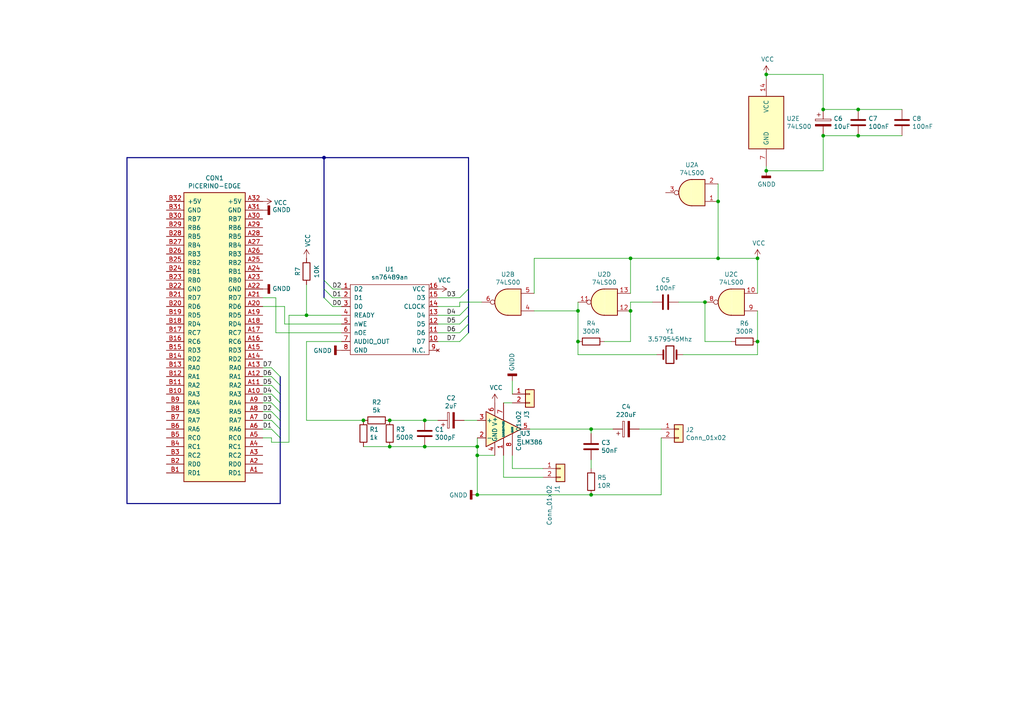
<source format=kicad_sch>
(kicad_sch (version 20211123) (generator eeschema)
  (paper "A4")
  (lib_symbols
    (symbol "74xx:74LS00" (pin_names (offset 1.016))
      (property "Reference" "U" (at 0 1.27 0))
      (property "Value" "74LS00" (at 0 -1.27 0))
      (symbol "74LS00_1_1"
        (arc (start 0 -3.81) (mid 3.81 0) (end 0 3.81) (stroke (width 0.254)) (fill (type background)))
        (polyline (pts (xy 0 3.81) (xy -3.81 3.81) (xy -3.81 -3.81) (xy 0 -3.81)) (stroke (width 0.254)) (fill (type background)))
        (pin input line (at -7.62 2.54 0) (length 3.81) (name "~") (number "1"))
        (pin input line (at -7.62 -2.54 0) (length 3.81) (name "~") (number "2"))
        (pin output inverted (at 7.62 0 180) (length 3.81) (name "~") (number "3"))
      )
      (symbol "74LS00_1_2"
        (arc (start -3.81 -3.81) (mid -2.589 0) (end -3.81 3.81) (stroke (width 0.254)))
        (arc (start -0.6096 -3.81) (mid 2.1855 -2.584) (end 3.81 0) (stroke (width 0.254)) (fill (type background)))
        (polyline (pts (xy -3.81 -3.81) (xy -0.635 -3.81)) (stroke (width 0.254)) (fill (type background)))
        (polyline (pts (xy -3.81 3.81) (xy -0.635 3.81)) (stroke (width 0.254)) (fill (type background)))
        (polyline (pts (xy -0.635 3.81) (xy -3.81 3.81) (xy -3.81 3.81) (xy -3.556 3.4036) (xy -3.0226 2.2606) (xy -2.6924 1.0414) (xy -2.6162 -0.254) (xy -2.7686 -1.4986) (xy -3.175 -2.7178) (xy -3.81 -3.81) (xy -3.81 -3.81) (xy -0.635 -3.81)) (stroke (width -25.4)) (fill (type background)))
        (arc (start 3.81 0) (mid 2.1928 2.5925) (end -0.6096 3.81) (stroke (width 0.254)) (fill (type background)))
        (pin input inverted (at -7.62 2.54 0) (length 4.318) (name "~") (number "1"))
        (pin input inverted (at -7.62 -2.54 0) (length 4.318) (name "~") (number "2"))
        (pin output line (at 7.62 0 180) (length 3.81) (name "~") (number "3"))
      )
      (symbol "74LS00_2_1"
        (arc (start 0 -3.81) (mid 3.81 0) (end 0 3.81) (stroke (width 0.254)) (fill (type background)))
        (polyline (pts (xy 0 3.81) (xy -3.81 3.81) (xy -3.81 -3.81) (xy 0 -3.81)) (stroke (width 0.254)) (fill (type background)))
        (pin input line (at -7.62 2.54 0) (length 3.81) (name "~") (number "4"))
        (pin input line (at -7.62 -2.54 0) (length 3.81) (name "~") (number "5"))
        (pin output inverted (at 7.62 0 180) (length 3.81) (name "~") (number "6"))
      )
      (symbol "74LS00_2_2"
        (arc (start -3.81 -3.81) (mid -2.589 0) (end -3.81 3.81) (stroke (width 0.254)))
        (arc (start -0.6096 -3.81) (mid 2.1855 -2.584) (end 3.81 0) (stroke (width 0.254)) (fill (type background)))
        (polyline (pts (xy -3.81 -3.81) (xy -0.635 -3.81)) (stroke (width 0.254)) (fill (type background)))
        (polyline (pts (xy -3.81 3.81) (xy -0.635 3.81)) (stroke (width 0.254)) (fill (type background)))
        (polyline (pts (xy -0.635 3.81) (xy -3.81 3.81) (xy -3.81 3.81) (xy -3.556 3.4036) (xy -3.0226 2.2606) (xy -2.6924 1.0414) (xy -2.6162 -0.254) (xy -2.7686 -1.4986) (xy -3.175 -2.7178) (xy -3.81 -3.81) (xy -3.81 -3.81) (xy -0.635 -3.81)) (stroke (width -25.4)) (fill (type background)))
        (arc (start 3.81 0) (mid 2.1928 2.5925) (end -0.6096 3.81) (stroke (width 0.254)) (fill (type background)))
        (pin input inverted (at -7.62 2.54 0) (length 4.318) (name "~") (number "4"))
        (pin input inverted (at -7.62 -2.54 0) (length 4.318) (name "~") (number "5"))
        (pin output line (at 7.62 0 180) (length 3.81) (name "~") (number "6"))
      )
      (symbol "74LS00_3_1"
        (arc (start 0 -3.81) (mid 3.81 0) (end 0 3.81) (stroke (width 0.254)) (fill (type background)))
        (polyline (pts (xy 0 3.81) (xy -3.81 3.81) (xy -3.81 -3.81) (xy 0 -3.81)) (stroke (width 0.254)) (fill (type background)))
        (pin input line (at -7.62 -2.54 0) (length 3.81) (name "~") (number "10"))
        (pin output inverted (at 7.62 0 180) (length 3.81) (name "~") (number "8"))
        (pin input line (at -7.62 2.54 0) (length 3.81) (name "~") (number "9"))
      )
      (symbol "74LS00_3_2"
        (arc (start -3.81 -3.81) (mid -2.589 0) (end -3.81 3.81) (stroke (width 0.254)))
        (arc (start -0.6096 -3.81) (mid 2.1855 -2.584) (end 3.81 0) (stroke (width 0.254)) (fill (type background)))
        (polyline (pts (xy -3.81 -3.81) (xy -0.635 -3.81)) (stroke (width 0.254)) (fill (type background)))
        (polyline (pts (xy -3.81 3.81) (xy -0.635 3.81)) (stroke (width 0.254)) (fill (type background)))
        (polyline (pts (xy -0.635 3.81) (xy -3.81 3.81) (xy -3.81 3.81) (xy -3.556 3.4036) (xy -3.0226 2.2606) (xy -2.6924 1.0414) (xy -2.6162 -0.254) (xy -2.7686 -1.4986) (xy -3.175 -2.7178) (xy -3.81 -3.81) (xy -3.81 -3.81) (xy -0.635 -3.81)) (stroke (width -25.4)) (fill (type background)))
        (arc (start 3.81 0) (mid 2.1928 2.5925) (end -0.6096 3.81) (stroke (width 0.254)) (fill (type background)))
        (pin input inverted (at -7.62 -2.54 0) (length 4.318) (name "~") (number "10"))
        (pin output line (at 7.62 0 180) (length 3.81) (name "~") (number "8"))
        (pin input inverted (at -7.62 2.54 0) (length 4.318) (name "~") (number "9"))
      )
      (symbol "74LS00_4_1"
        (arc (start 0 -3.81) (mid 3.81 0) (end 0 3.81) (stroke (width 0.254)) (fill (type background)))
        (polyline (pts (xy 0 3.81) (xy -3.81 3.81) (xy -3.81 -3.81) (xy 0 -3.81)) (stroke (width 0.254)) (fill (type background)))
        (pin output inverted (at 7.62 0 180) (length 3.81) (name "~") (number "11"))
        (pin input line (at -7.62 2.54 0) (length 3.81) (name "~") (number "12"))
        (pin input line (at -7.62 -2.54 0) (length 3.81) (name "~") (number "13"))
      )
      (symbol "74LS00_4_2"
        (arc (start -3.81 -3.81) (mid -2.589 0) (end -3.81 3.81) (stroke (width 0.254)))
        (arc (start -0.6096 -3.81) (mid 2.1855 -2.584) (end 3.81 0) (stroke (width 0.254)) (fill (type background)))
        (polyline (pts (xy -3.81 -3.81) (xy -0.635 -3.81)) (stroke (width 0.254)) (fill (type background)))
        (polyline (pts (xy -3.81 3.81) (xy -0.635 3.81)) (stroke (width 0.254)) (fill (type background)))
        (polyline (pts (xy -0.635 3.81) (xy -3.81 3.81) (xy -3.81 3.81) (xy -3.556 3.4036) (xy -3.0226 2.2606) (xy -2.6924 1.0414) (xy -2.6162 -0.254) (xy -2.7686 -1.4986) (xy -3.175 -2.7178) (xy -3.81 -3.81) (xy -3.81 -3.81) (xy -0.635 -3.81)) (stroke (width -25.4)) (fill (type background)))
        (arc (start 3.81 0) (mid 2.1928 2.5925) (end -0.6096 3.81) (stroke (width 0.254)) (fill (type background)))
        (pin output line (at 7.62 0 180) (length 3.81) (name "~") (number "11"))
        (pin input inverted (at -7.62 2.54 0) (length 4.318) (name "~") (number "12"))
        (pin input inverted (at -7.62 -2.54 0) (length 4.318) (name "~") (number "13"))
      )
      (symbol "74LS00_5_0"
        (pin power_in line (at 0 12.7 270) (length 5.08) (name "VCC") (number "14"))
        (pin power_in line (at 0 -12.7 90) (length 5.08) (name "GND") (number "7"))
      )
      (symbol "74LS00_5_1"
        (rectangle (start -5.08 7.62) (end 5.08 -7.62) (stroke (width 0.254)) (fill (type background)))
      )
    )
    (symbol "Amplifier_Audio:LM386" (pin_names (offset 0.127))
      (property "Reference" "U" (at 1.27 7.62 0))
      (property "Value" "LM386" (at 1.27 5.08 0))
      (symbol "LM386_0_1"
        (polyline (pts (xy 5.08 0) (xy -5.08 5.08) (xy -5.08 -5.08) (xy 5.08 0)) (stroke (width 0.254)) (fill (type background)))
      )
      (symbol "LM386_1_1"
        (pin input line (at 0 -7.62 90) (length 5.08) (name "GAIN") (number "1"))
        (pin input line (at -7.62 -2.54 0) (length 2.54) (name "-") (number "2"))
        (pin input line (at -7.62 2.54 0) (length 2.54) (name "+") (number "3"))
        (pin power_in line (at -2.54 -7.62 90) (length 3.81) (name "GND") (number "4"))
        (pin output line (at 7.62 0 180) (length 2.54) (name "~") (number "5"))
        (pin power_in line (at -2.54 7.62 270) (length 3.81) (name "V+") (number "6"))
        (pin input line (at 0 7.62 270) (length 5.08) (name "BYPASS") (number "7"))
        (pin input line (at 2.54 -7.62 90) (length 6.35) (name "GAIN") (number "8"))
      )
    )
    (symbol "Connector_Generic:Conn_01x02" (pin_names (offset 1.016) hide)
      (property "Reference" "J" (at 0 2.54 0))
      (property "Value" "Conn_01x02" (at 0 -5.08 0))
      (symbol "Conn_01x02_1_1"
        (rectangle (start -1.27 -2.413) (end 0 -2.667) (stroke (width 0.1524)))
        (rectangle (start -1.27 0.127) (end 0 -0.127) (stroke (width 0.1524)))
        (rectangle (start -1.27 1.27) (end 1.27 -3.81) (stroke (width 0.254)) (fill (type background)))
        (pin passive line (at -5.08 0 0) (length 3.81) (name "Pin_1") (number "1"))
        (pin passive line (at -5.08 -2.54 0) (length 3.81) (name "Pin_2") (number "2"))
      )
    )
    (symbol "Device:C" (pin_numbers hide) (pin_names (offset 0.254))
      (property "Reference" "C" (at 0.635 2.54 0))
      (property "Value" "C" (at 0.635 -2.54 0))
      (symbol "C_0_1"
        (polyline (pts (xy -2.032 -0.762) (xy 2.032 -0.762)) (stroke (width 0.508)))
        (polyline (pts (xy -2.032 0.762) (xy 2.032 0.762)) (stroke (width 0.508)))
      )
      (symbol "C_1_1"
        (pin passive line (at 0 3.81 270) (length 2.794) (name "~") (number "1"))
        (pin passive line (at 0 -3.81 90) (length 2.794) (name "~") (number "2"))
      )
    )
    (symbol "Device:CP" (pin_numbers hide) (pin_names (offset 0.254))
      (property "Reference" "C" (at 0.635 2.54 0))
      (property "Value" "Device_CP" (at 0.635 -2.54 0))
      (symbol "CP_0_1"
        (rectangle (start -2.286 0.508) (end 2.286 1.016))
        (polyline (pts (xy -1.778 2.286) (xy -0.762 2.286)))
        (polyline (pts (xy -1.27 2.794) (xy -1.27 1.778)))
        (rectangle (start 2.286 -0.508) (end -2.286 -1.016) (fill (type outline)))
      )
      (symbol "CP_1_1"
        (pin passive line (at 0 3.81 270) (length 2.794) (name "~") (number "1"))
        (pin passive line (at 0 -3.81 90) (length 2.794) (name "~") (number "2"))
      )
    )
    (symbol "Device:Crystal" (pin_numbers hide) (pin_names (offset 1.016) hide)
      (property "Reference" "Y" (at 0 3.81 0))
      (property "Value" "Crystal" (at 0 -3.81 0))
      (symbol "Crystal_0_1"
        (rectangle (start -1.143 2.54) (end 1.143 -2.54) (stroke (width 0.3048)))
        (polyline (pts (xy -2.54 0) (xy -1.905 0)))
        (polyline (pts (xy -1.905 -1.27) (xy -1.905 1.27)) (stroke (width 0.508)))
        (polyline (pts (xy 1.905 -1.27) (xy 1.905 1.27)) (stroke (width 0.508)))
        (polyline (pts (xy 2.54 0) (xy 1.905 0)))
      )
      (symbol "Crystal_1_1"
        (pin passive line (at -3.81 0 0) (length 1.27) (name "1") (number "1"))
        (pin passive line (at 3.81 0 180) (length 1.27) (name "2") (number "2"))
      )
    )
    (symbol "Device:R" (pin_numbers hide) (pin_names (offset 0))
      (property "Reference" "R" (at 2.032 0 90))
      (property "Value" "R" (at 0 0 90))
      (symbol "R_0_1"
        (rectangle (start -1.016 -2.54) (end 1.016 2.54) (stroke (width 0.254)))
      )
      (symbol "R_1_1"
        (pin passive line (at 0 3.81 270) (length 1.27) (name "~") (number "1"))
        (pin passive line (at 0 -3.81 90) (length 1.27) (name "~") (number "2"))
      )
    )
    (symbol "Picerino:PICERINO-EDGE" (pin_names (offset 1.016))
      (property "Reference" "CON" (at 2.54 1.27 0))
      (property "Value" "PICERINO-EDGE" (at 6.985 3.175 0))
      (symbol "PICERINO-EDGE_0_1"
        (rectangle (start 0 0) (end 17.78 -83.82) (stroke (width 0.254)) (fill (type background)))
      )
      (symbol "PICERINO-EDGE_1_1"
        (pin passive line (at -5.08 -2.54 0) (length 5.08) (name "RD1") (number "A1"))
        (pin passive line (at -5.08 -25.4 0) (length 5.08) (name "RA3") (number "A10"))
        (pin passive line (at -5.08 -27.94 0) (length 5.08) (name "RA2") (number "A11"))
        (pin passive line (at -5.08 -30.48 0) (length 5.08) (name "RA1") (number "A12"))
        (pin passive line (at -5.08 -33.02 0) (length 5.08) (name "RA0") (number "A13"))
        (pin passive line (at -5.08 -35.56 0) (length 5.08) (name "RD2") (number "A14"))
        (pin passive line (at -5.08 -38.1 0) (length 5.08) (name "RD3") (number "A15"))
        (pin passive line (at -5.08 -40.64 0) (length 5.08) (name "RC6") (number "A16"))
        (pin passive line (at -5.08 -43.18 0) (length 5.08) (name "RC7") (number "A17"))
        (pin passive line (at -5.08 -45.72 0) (length 5.08) (name "RD4") (number "A18"))
        (pin passive line (at -5.08 -48.26 0) (length 5.08) (name "RD5") (number "A19"))
        (pin passive line (at -5.08 -5.08 0) (length 5.08) (name "RD0") (number "A2"))
        (pin passive line (at -5.08 -50.8 0) (length 5.08) (name "RD6") (number "A20"))
        (pin passive line (at -5.08 -53.34 0) (length 5.08) (name "RD7") (number "A21"))
        (pin passive line (at -5.08 -55.88 0) (length 5.08) (name "GND") (number "A22"))
        (pin passive line (at -5.08 -58.42 0) (length 5.08) (name "RB0") (number "A23"))
        (pin passive line (at -5.08 -60.96 0) (length 5.08) (name "RB1") (number "A24"))
        (pin passive line (at -5.08 -63.5 0) (length 5.08) (name "RB2") (number "A25"))
        (pin passive line (at -5.08 -66.04 0) (length 5.08) (name "RB3") (number "A26"))
        (pin passive line (at -5.08 -68.58 0) (length 5.08) (name "RB4") (number "A27"))
        (pin passive line (at -5.08 -71.12 0) (length 5.08) (name "RB5") (number "A28"))
        (pin passive line (at -5.08 -73.66 0) (length 5.08) (name "RB6") (number "A29"))
        (pin passive line (at -5.08 -7.62 0) (length 5.08) (name "RC2") (number "A3"))
        (pin passive line (at -5.08 -76.2 0) (length 5.08) (name "RB7") (number "A30"))
        (pin passive line (at -5.08 -78.74 0) (length 5.08) (name "GND") (number "A31"))
        (pin passive line (at -5.08 -81.28 0) (length 5.08) (name "+5V") (number "A32"))
        (pin passive line (at -5.08 -10.16 0) (length 5.08) (name "RC1") (number "A4"))
        (pin passive line (at -5.08 -12.7 0) (length 5.08) (name "RC0") (number "A5"))
        (pin passive line (at -5.08 -15.24 0) (length 5.08) (name "RA6") (number "A6"))
        (pin passive line (at -5.08 -17.78 0) (length 5.08) (name "RA7") (number "A7"))
        (pin passive line (at -5.08 -20.32 0) (length 5.08) (name "RA5") (number "A8"))
        (pin passive line (at -5.08 -22.86 0) (length 5.08) (name "RA4") (number "A9"))
        (pin passive line (at 22.86 -2.54 180) (length 5.08) (name "RD1") (number "B1"))
        (pin passive line (at 22.86 -25.4 180) (length 5.08) (name "RA3") (number "B10"))
        (pin passive line (at 22.86 -27.94 180) (length 5.08) (name "RA2") (number "B11"))
        (pin passive line (at 22.86 -30.48 180) (length 5.08) (name "RA1") (number "B12"))
        (pin passive line (at 22.86 -33.02 180) (length 5.08) (name "RA0") (number "B13"))
        (pin passive line (at 22.86 -35.56 180) (length 5.08) (name "RD2") (number "B14"))
        (pin passive line (at 22.86 -38.1 180) (length 5.08) (name "RD3") (number "B15"))
        (pin passive line (at 22.86 -40.64 180) (length 5.08) (name "RC6") (number "B16"))
        (pin passive line (at 22.86 -43.18 180) (length 5.08) (name "RC7") (number "B17"))
        (pin passive line (at 22.86 -45.72 180) (length 5.08) (name "RD4") (number "B18"))
        (pin passive line (at 22.86 -48.26 180) (length 5.08) (name "RD5") (number "B19"))
        (pin passive line (at 22.86 -5.08 180) (length 5.08) (name "RD0") (number "B2"))
        (pin passive line (at 22.86 -50.8 180) (length 5.08) (name "RD6") (number "B20"))
        (pin passive line (at 22.86 -53.34 180) (length 5.08) (name "RD7") (number "B21"))
        (pin passive line (at 22.86 -55.88 180) (length 5.08) (name "GND") (number "B22"))
        (pin passive line (at 22.86 -58.42 180) (length 5.08) (name "RB0") (number "B23"))
        (pin passive line (at 22.86 -60.96 180) (length 5.08) (name "RB1") (number "B24"))
        (pin passive line (at 22.86 -63.5 180) (length 5.08) (name "RB2") (number "B25"))
        (pin passive line (at 22.86 -66.04 180) (length 5.08) (name "RB3") (number "B26"))
        (pin passive line (at 22.86 -68.58 180) (length 5.08) (name "RB4") (number "B27"))
        (pin passive line (at 22.86 -71.12 180) (length 5.08) (name "RB5") (number "B28"))
        (pin passive line (at 22.86 -73.66 180) (length 5.08) (name "RB6") (number "B29"))
        (pin passive line (at 22.86 -7.62 180) (length 5.08) (name "RC2") (number "B3"))
        (pin passive line (at 22.86 -76.2 180) (length 5.08) (name "RB7") (number "B30"))
        (pin passive line (at 22.86 -78.74 180) (length 5.08) (name "GND") (number "B31"))
        (pin passive line (at 22.86 -81.28 180) (length 5.08) (name "+5V") (number "B32"))
        (pin passive line (at 22.86 -10.16 180) (length 5.08) (name "RC1") (number "B4"))
        (pin passive line (at 22.86 -12.7 180) (length 5.08) (name "RC0") (number "B5"))
        (pin passive line (at 22.86 -15.24 180) (length 5.08) (name "RA6") (number "B6"))
        (pin passive line (at 22.86 -17.78 180) (length 5.08) (name "RA7") (number "B7"))
        (pin passive line (at 22.86 -20.32 180) (length 5.08) (name "RA5") (number "B8"))
        (pin passive line (at 22.86 -22.86 180) (length 5.08) (name "RA4") (number "B9"))
      )
    )
    (symbol "picerino_sn76489AN-rescue:sn76489an-Vintage_PC_Audio" (pin_names (offset 1.016))
      (property "Reference" "U" (at 0 7.62 0))
      (property "Value" "sn76489an-Vintage_PC_Audio" (at 0 5.08 0))
      (symbol "sn76489an-Vintage_PC_Audio_0_1"
        (rectangle (start -11.43 3.81) (end 11.43 -16.51))
      )
      (symbol "sn76489an-Vintage_PC_Audio_1_1"
        (pin input line (at -13.97 2.54 0) (length 2.54) (name "D2") (number "1"))
        (pin input line (at 13.97 -12.7 180) (length 2.54) (name "D7") (number "10"))
        (pin input line (at 13.97 -10.16 180) (length 2.54) (name "D6") (number "11"))
        (pin input line (at 13.97 -7.62 180) (length 2.54) (name "D5") (number "12"))
        (pin input line (at 13.97 -5.08 180) (length 2.54) (name "D4") (number "13"))
        (pin input line (at 13.97 -2.54 180) (length 2.54) (name "CLOCK") (number "14"))
        (pin input line (at 13.97 0 180) (length 2.54) (name "D3") (number "15"))
        (pin input line (at 13.97 2.54 180) (length 2.54) (name "VCC") (number "16"))
        (pin input line (at -13.97 0 0) (length 2.54) (name "D1") (number "2"))
        (pin input line (at -13.97 -2.54 0) (length 2.54) (name "D0") (number "3"))
        (pin output line (at -13.97 -5.08 0) (length 2.54) (name "READY") (number "4"))
        (pin input line (at -13.97 -7.62 0) (length 2.54) (name "nWE") (number "5"))
        (pin input line (at -13.97 -10.16 0) (length 2.54) (name "nOE") (number "6"))
        (pin output line (at -13.97 -12.7 0) (length 2.54) (name "AUDIO_OUT") (number "7"))
        (pin input line (at -13.97 -15.24 0) (length 2.54) (name "GND") (number "8"))
        (pin no_connect line (at 13.97 -15.24 180) (length 2.54) (name "N.C.") (number "9"))
      )
    )
    (symbol "power:GNDD" (power) (pin_names (offset 0))
      (property "Value" "GNDD" (at 0 -3.175 0))
      (symbol "GNDD_0_1"
        (rectangle (start -1.27 -1.524) (end 1.27 -2.032) (stroke (width 0.254)) (fill (type outline)))
        (polyline (pts (xy 0 0) (xy 0 -1.524)))
      )
      (symbol "GNDD_1_1"
        (pin power_in line (at 0 0 270) (length 0) hide (name "GNDD") (number "1"))
      )
    )
    (symbol "power:VCC" (power) (pin_names (offset 0))
      (property "Value" "VCC" (at 0 3.81 0))
      (symbol "VCC_0_1"
        (polyline (pts (xy -0.762 1.27) (xy 0 2.54)))
        (polyline (pts (xy 0 0) (xy 0 2.54)))
        (polyline (pts (xy 0 2.54) (xy 0.762 1.27)))
      )
      (symbol "VCC_1_1"
        (pin power_in line (at 0 0 90) (length 0) hide (name "VCC") (number "1"))
      )
    )
  )
  (junction (at 138.43 143.51))
  (junction (at 248.92 39.37))
  (junction (at 123.19 129.54))
  (junction (at 208.28 74.93))
  (junction (at 182.88 90.17))
  (junction (at 88.9 91.44))
  (junction (at 238.76 31.75))
  (junction (at 138.43 129.54))
  (junction (at 113.03 121.92))
  (junction (at 123.19 121.92))
  (junction (at 219.71 74.93))
  (junction (at 138.43 132.08))
  (junction (at 248.92 31.75))
  (junction (at 171.45 124.46))
  (junction (at 93.98 45.72))
  (junction (at 105.41 121.92))
  (junction (at 222.25 21.59))
  (junction (at 208.28 58.42))
  (junction (at 219.71 99.06))
  (junction (at 182.88 74.93))
  (junction (at 171.45 143.51))
  (junction (at 113.03 129.54))
  (junction (at 238.76 39.37))
  (junction (at 167.64 99.06))
  (junction (at 167.64 90.17))
  (junction (at 204.47 87.63))
  (junction (at 222.25 49.53))
  (bus_entry (at 81.28 127) (size -2.54 -2.54))
  (bus_entry (at 81.28 116.84) (size -2.54 -2.54))
  (bus_entry (at 93.98 86.36) (size 2.54 2.54))
  (bus_entry (at 81.28 121.92) (size -2.54 -2.54))
  (bus_entry (at 133.35 93.98) (size 2.54 -2.54))
  (bus_entry (at 133.35 86.36) (size 2.54 -2.54))
  (bus_entry (at 133.35 96.52) (size 2.54 -2.54))
  (bus_entry (at 81.28 114.3) (size -2.54 -2.54))
  (bus_entry (at 93.98 83.82) (size 2.54 2.54))
  (bus_entry (at 78.74 106.68) (size 2.54 2.54))
  (bus_entry (at 81.28 111.76) (size -2.54 -2.54))
  (bus_entry (at 93.98 81.28) (size 2.54 2.54))
  (bus_entry (at 133.35 91.44) (size 2.54 -2.54))
  (bus_entry (at 81.28 124.46) (size -2.54 -2.54))
  (bus_entry (at 81.28 119.38) (size -2.54 -2.54))
  (bus_entry (at 133.35 99.06) (size 2.54 -2.54))
  (wire (pts (xy 78.74 127) (xy 76.2 127)))
  (wire (pts (xy 127 88.9) (xy 133.35 88.9)))
  (wire (pts (xy 99.06 99.06) (xy 88.9 99.06)))
  (wire (pts (xy 146.05 116.84) (xy 148.59 116.84)))
  (wire (pts (xy 80.01 86.36) (xy 76.2 86.36)))
  (wire (pts (xy 133.35 99.06) (xy 127 99.06)))
  (bus (pts (xy 36.83 146.05) (xy 36.83 45.72)))
  (wire (pts (xy 88.9 82.55) (xy 88.9 91.44)))
  (wire (pts (xy 167.64 99.06) (xy 167.64 90.17)))
  (wire (pts (xy 219.71 74.93) (xy 208.28 74.93)))
  (bus (pts (xy 36.83 45.72) (xy 93.98 45.72)))
  (wire (pts (xy 88.9 91.44) (xy 83.82 91.44)))
  (wire (pts (xy 171.45 143.51) (xy 191.77 143.51)))
  (wire (pts (xy 96.52 83.82) (xy 99.06 83.82)))
  (wire (pts (xy 171.45 124.46) (xy 171.45 125.73)))
  (wire (pts (xy 153.67 124.46) (xy 171.45 124.46)))
  (wire (pts (xy 238.76 31.75) (xy 248.92 31.75)))
  (wire (pts (xy 238.76 21.59) (xy 238.76 31.75)))
  (bus (pts (xy 81.28 127) (xy 81.28 146.05)))
  (bus (pts (xy 81.28 114.3) (xy 81.28 116.84)))
  (wire (pts (xy 133.35 87.63) (xy 139.7 87.63)))
  (bus (pts (xy 93.98 45.72) (xy 135.89 45.72)))
  (wire (pts (xy 175.26 99.06) (xy 182.88 99.06)))
  (wire (pts (xy 133.35 91.44) (xy 127 91.44)))
  (bus (pts (xy 93.98 45.72) (xy 93.98 81.28)))
  (wire (pts (xy 83.82 128.27) (xy 78.74 128.27)))
  (wire (pts (xy 99.06 96.52) (xy 80.01 96.52)))
  (bus (pts (xy 135.89 83.82) (xy 135.89 88.9)))
  (bus (pts (xy 81.28 146.05) (xy 36.83 146.05)))
  (wire (pts (xy 123.19 121.92) (xy 127 121.92)))
  (wire (pts (xy 177.8 124.46) (xy 171.45 124.46)))
  (wire (pts (xy 191.77 143.51) (xy 191.77 127)))
  (wire (pts (xy 88.9 121.92) (xy 105.41 121.92)))
  (bus (pts (xy 93.98 83.82) (xy 93.98 86.36)))
  (wire (pts (xy 146.05 138.43) (xy 146.05 132.08)))
  (wire (pts (xy 138.43 127) (xy 138.43 129.54)))
  (wire (pts (xy 208.28 74.93) (xy 182.88 74.93)))
  (wire (pts (xy 148.59 132.08) (xy 148.59 135.89)))
  (wire (pts (xy 138.43 143.51) (xy 171.45 143.51)))
  (wire (pts (xy 219.71 99.06) (xy 219.71 102.87)))
  (wire (pts (xy 167.64 102.87) (xy 167.64 99.06)))
  (wire (pts (xy 76.2 114.3) (xy 78.74 114.3)))
  (wire (pts (xy 138.43 132.08) (xy 138.43 143.51)))
  (wire (pts (xy 76.2 116.84) (xy 78.74 116.84)))
  (wire (pts (xy 154.94 90.17) (xy 167.64 90.17)))
  (wire (pts (xy 83.82 91.44) (xy 83.82 128.27)))
  (wire (pts (xy 78.74 106.68) (xy 76.2 106.68)))
  (wire (pts (xy 134.62 121.92) (xy 138.43 121.92)))
  (wire (pts (xy 167.64 90.17) (xy 167.64 87.63)))
  (wire (pts (xy 88.9 99.06) (xy 88.9 121.92)))
  (wire (pts (xy 82.55 93.98) (xy 99.06 93.98)))
  (wire (pts (xy 138.43 129.54) (xy 138.43 132.08)))
  (wire (pts (xy 204.47 99.06) (xy 212.09 99.06)))
  (wire (pts (xy 133.35 93.98) (xy 127 93.98)))
  (wire (pts (xy 113.03 129.54) (xy 123.19 129.54)))
  (wire (pts (xy 182.88 74.93) (xy 182.88 85.09)))
  (bus (pts (xy 135.89 93.98) (xy 135.89 96.52)))
  (wire (pts (xy 76.2 124.46) (xy 78.74 124.46)))
  (wire (pts (xy 190.5 102.87) (xy 167.64 102.87)))
  (wire (pts (xy 78.74 121.92) (xy 76.2 121.92)))
  (wire (pts (xy 248.92 39.37) (xy 238.76 39.37)))
  (bus (pts (xy 135.89 91.44) (xy 135.89 93.98)))
  (wire (pts (xy 76.2 109.22) (xy 78.74 109.22)))
  (wire (pts (xy 113.03 121.92) (xy 123.19 121.92)))
  (wire (pts (xy 182.88 99.06) (xy 182.88 90.17)))
  (wire (pts (xy 138.43 132.08) (xy 143.51 132.08)))
  (wire (pts (xy 208.28 53.34) (xy 208.28 58.42)))
  (wire (pts (xy 105.41 129.54) (xy 113.03 129.54)))
  (wire (pts (xy 182.88 87.63) (xy 182.88 90.17)))
  (wire (pts (xy 248.92 31.75) (xy 261.62 31.75)))
  (wire (pts (xy 219.71 102.87) (xy 198.12 102.87)))
  (wire (pts (xy 127 86.36) (xy 133.35 86.36)))
  (wire (pts (xy 222.25 21.59) (xy 238.76 21.59)))
  (wire (pts (xy 222.25 21.59) (xy 222.25 22.86)))
  (wire (pts (xy 171.45 135.89) (xy 171.45 133.35)))
  (bus (pts (xy 135.89 45.72) (xy 135.89 83.82)))
  (wire (pts (xy 219.71 74.93) (xy 219.71 85.09)))
  (wire (pts (xy 219.71 90.17) (xy 219.71 99.06)))
  (bus (pts (xy 135.89 88.9) (xy 135.89 91.44)))
  (bus (pts (xy 81.28 116.84) (xy 81.28 119.38)))
  (wire (pts (xy 154.94 74.93) (xy 182.88 74.93)))
  (wire (pts (xy 238.76 39.37) (xy 238.76 49.53)))
  (bus (pts (xy 81.28 111.76) (xy 81.28 114.3)))
  (wire (pts (xy 191.77 124.46) (xy 185.42 124.46)))
  (wire (pts (xy 222.25 49.53) (xy 222.25 48.26)))
  (wire (pts (xy 96.52 88.9) (xy 99.06 88.9)))
  (wire (pts (xy 80.01 86.36) (xy 80.01 96.52)))
  (wire (pts (xy 222.25 49.53) (xy 238.76 49.53)))
  (wire (pts (xy 76.2 119.38) (xy 78.74 119.38)))
  (wire (pts (xy 189.23 87.63) (xy 182.88 87.63)))
  (wire (pts (xy 133.35 88.9) (xy 133.35 87.63)))
  (wire (pts (xy 82.55 88.9) (xy 76.2 88.9)))
  (bus (pts (xy 81.28 121.92) (xy 81.28 124.46)))
  (wire (pts (xy 154.94 85.09) (xy 154.94 74.93)))
  (wire (pts (xy 133.35 96.52) (xy 127 96.52)))
  (wire (pts (xy 157.48 138.43) (xy 146.05 138.43)))
  (wire (pts (xy 208.28 58.42) (xy 208.28 74.93)))
  (wire (pts (xy 148.59 135.89) (xy 157.48 135.89)))
  (bus (pts (xy 81.28 124.46) (xy 81.28 127)))
  (wire (pts (xy 82.55 88.9) (xy 82.55 93.98)))
  (wire (pts (xy 204.47 87.63) (xy 196.85 87.63)))
  (wire (pts (xy 78.74 111.76) (xy 76.2 111.76)))
  (wire (pts (xy 138.43 129.54) (xy 123.19 129.54)))
  (wire (pts (xy 248.92 39.37) (xy 261.62 39.37)))
  (bus (pts (xy 81.28 119.38) (xy 81.28 121.92)))
  (wire (pts (xy 99.06 91.44) (xy 88.9 91.44)))
  (wire (pts (xy 148.59 114.3) (xy 148.59 110.49)))
  (bus (pts (xy 81.28 109.22) (xy 81.28 111.76)))
  (bus (pts (xy 93.98 81.28) (xy 93.98 83.82)))
  (wire (pts (xy 78.74 128.27) (xy 78.74 127)))
  (wire (pts (xy 96.52 86.36) (xy 99.06 86.36)))
  (wire (pts (xy 204.47 87.63) (xy 204.47 99.06)))
  (label "D1" (at 76.2 124.46 0))
  (label "D4" (at 129.54 91.44 0))
  (label "D4" (at 76.2 114.3 0))
  (label "D7" (at 76.2 106.68 0))
  (label "D3" (at 129.54 86.36 0))
  (label "D6" (at 76.2 109.22 0))
  (label "D1" (at 99.06 86.36 180))
  (label "D3" (at 76.2 116.84 0))
  (label "D6" (at 129.54 96.52 0))
  (label "D7" (at 129.54 99.06 0))
  (label "D0" (at 99.06 88.9 180))
  (label "D0" (at 76.2 121.92 0))
  (label "D2" (at 99.06 83.82 180))
  (label "D2" (at 76.2 119.38 0))
  (label "D5" (at 129.54 93.98 0))
  (label "D5" (at 76.2 111.76 0))
  (symbol (lib_id "picerino_sn76489AN-rescue:sn76489an-Vintage_PC_Audio") (at 113.03 86.36 0) (unit 1)
    (property "Reference" "U1" (at 113.03 78.105 0))
    (property "Value" "sn76489an" (at 113.03 80.4164 0))
    (property "Footprint" "Package_DIP:DIP-16_W7.62mm_LongPads" (effects hide))
  )
  (symbol (lib_id "power:VCC") (at 76.2 58.42 270) (unit 1)
    (property "Reference" "#PWR0102" (effects hide))
    (property "Value" "VCC" (at 79.4512 58.801 90) (effects (justify left)))
  )
  (symbol (lib_id "power:GNDD") (at 76.2 60.96 90) (unit 1)
    (property "Reference" "#PWR0103" (effects hide))
    (property "Value" "GNDD" (at 78.994 60.8584 90) (effects (justify right)))
  )
  (symbol (lib_id "power:GNDD") (at 99.06 101.6 270) (unit 1)
    (property "Reference" "#PWR0104" (effects hide))
    (property "Value" "GNDD" (at 96.266 101.7016 90) (effects (justify right)))
  )
  (symbol (lib_id "power:VCC") (at 127 83.82 270) (unit 1)
    (property "Reference" "#PWR0105" (effects hide))
    (property "Value" "VCC" (at 127 81.28 90) (effects (justify left)))
  )
  (symbol (lib_id "74xx:74LS00") (at 175.26 87.63 180) (unit 4)
    (property "Reference" "U2" (at 175.26 79.5782 0))
    (property "Value" "74LS00" (at 175.26 81.8896 0))
    (property "Footprint" "Package_DIP:DIP-14_W7.62mm_LongPads" (effects hide))
    (property "Datasheet" "http://www.ti.com/lit/gpn/sn74ls00" (effects hide))
  )
  (symbol (lib_id "74xx:74LS00") (at 212.09 87.63 180) (unit 3)
    (property "Reference" "U2" (at 212.09 79.5782 0))
    (property "Value" "74LS00" (at 212.09 81.8896 0))
    (property "Footprint" "Package_DIP:DIP-14_W7.62mm_LongPads" (effects hide))
    (property "Datasheet" "http://www.ti.com/lit/gpn/sn74ls00" (effects hide))
  )
  (symbol (lib_id "74xx:74LS00") (at 147.32 87.63 180) (unit 2)
    (property "Reference" "U2" (at 147.32 79.5782 0))
    (property "Value" "74LS00" (at 147.32 81.8896 0))
    (property "Footprint" "Package_DIP:DIP-14_W7.62mm_LongPads" (effects hide))
    (property "Datasheet" "http://www.ti.com/lit/gpn/sn74ls00" (effects hide))
  )
  (symbol (lib_id "Device:C") (at 193.04 87.63 270) (unit 1)
    (property "Reference" "C5" (at 193.04 81.2292 90))
    (property "Value" "100nF" (at 193.04 83.5406 90))
    (property "Footprint" "Capacitor_THT:C_Disc_D4.7mm_W2.5mm_P5.00mm" (effects hide))
  )
  (symbol (lib_id "Device:R") (at 215.9 99.06 270) (unit 1)
    (property "Reference" "R6" (at 215.9 93.8022 90))
    (property "Value" "300R" (at 215.9 96.1136 90))
    (property "Footprint" "Resistor_THT:R_Axial_DIN0207_L6.3mm_D2.5mm_P7.62mm_Horizontal" (effects hide))
  )
  (symbol (lib_id "Device:CP") (at 238.76 35.56 0) (unit 1)
    (property "Reference" "C6" (at 241.7572 34.3916 0) (effects (justify left)))
    (property "Value" "10uF" (at 241.7572 36.703 0) (effects (justify left)))
    (property "Footprint" "Capacitor_THT:CP_Radial_D5.0mm_P2.50mm" (effects hide))
  )
  (symbol (lib_id "Device:Crystal") (at 194.31 102.87 0) (unit 1)
    (property "Reference" "Y1" (at 194.31 96.0628 0))
    (property "Value" "3.579545Mhz" (at 194.31 98.3742 0))
    (property "Footprint" "Crystal:Crystal_HC49-U_Vertical" (effects hide))
  )
  (symbol (lib_id "power:VCC") (at 219.71 74.93 0) (unit 1)
    (property "Reference" "#PWR0101" (effects hide))
    (property "Value" "VCC" (at 220.091 70.5358 0))
  )
  (symbol (lib_id "Device:R") (at 171.45 99.06 270) (unit 1)
    (property "Reference" "R4" (at 171.45 93.8022 90))
    (property "Value" "300R" (at 171.45 96.1136 90))
    (property "Footprint" "Resistor_THT:R_Axial_DIN0207_L6.3mm_D2.5mm_P7.62mm_Horizontal" (effects hide))
  )
  (symbol (lib_id "Device:C") (at 248.92 35.56 180) (unit 1)
    (property "Reference" "C7" (at 251.841 34.3916 0) (effects (justify right)))
    (property "Value" "100nF" (at 251.841 36.703 0) (effects (justify right)))
    (property "Footprint" "Capacitor_THT:C_Disc_D4.7mm_W2.5mm_P5.00mm" (effects hide))
  )
  (symbol (lib_id "Device:C") (at 261.62 35.56 180) (unit 1)
    (property "Reference" "C8" (at 264.541 34.3916 0) (effects (justify right)))
    (property "Value" "100nF" (at 264.541 36.703 0) (effects (justify right)))
    (property "Footprint" "Capacitor_THT:C_Disc_D4.7mm_W2.5mm_P5.00mm" (effects hide))
  )
  (symbol (lib_id "Amplifier_Audio:LM386") (at 146.05 124.46 0) (unit 1)
    (property "Reference" "U3" (at 151.13 125.73 0) (effects (justify left)))
    (property "Value" "LM386" (at 151.13 128.27 0) (effects (justify left)))
    (property "Footprint" "Package_DIP:DIP-8_W7.62mm_Socket_LongPads" (effects hide))
    (property "Datasheet" "http://www.ti.com/lit/ds/symlink/lm386.pdf" (effects hide))
  )
  (symbol (lib_id "Device:R") (at 105.41 125.73 0) (unit 1)
    (property "Reference" "R1" (at 107.188 124.5616 0) (effects (justify left)))
    (property "Value" "1k" (at 107.188 126.873 0) (effects (justify left)))
    (property "Footprint" "Resistor_THT:R_Axial_DIN0207_L6.3mm_D2.5mm_P7.62mm_Horizontal" (effects hide))
  )
  (symbol (lib_id "Device:R") (at 109.22 121.92 270) (unit 1)
    (property "Reference" "R2" (at 109.22 116.6622 90))
    (property "Value" "5k" (at 109.22 118.9736 90))
    (property "Footprint" "Resistor_THT:R_Axial_DIN0207_L6.3mm_D2.5mm_P7.62mm_Horizontal" (effects hide))
  )
  (symbol (lib_id "Device:R") (at 113.03 125.73 180) (unit 1)
    (property "Reference" "R3" (at 114.808 124.5616 0) (effects (justify right)))
    (property "Value" "500R" (at 114.808 126.873 0) (effects (justify right)))
    (property "Footprint" "Resistor_THT:R_Axial_DIN0207_L6.3mm_D2.5mm_P7.62mm_Horizontal" (effects hide))
  )
  (symbol (lib_id "Device:C") (at 123.19 125.73 180) (unit 1)
    (property "Reference" "C1" (at 126.111 124.5616 0) (effects (justify right)))
    (property "Value" "300pF" (at 126.111 126.873 0) (effects (justify right)))
    (property "Footprint" "Capacitor_THT:C_Disc_D4.7mm_W2.5mm_P5.00mm" (effects hide))
  )
  (symbol (lib_id "Device:CP") (at 130.81 121.92 90) (unit 1)
    (property "Reference" "C2" (at 130.81 115.443 90))
    (property "Value" "2uF" (at 130.81 117.7544 90))
    (property "Footprint" "Capacitor_THT:CP_Radial_D5.0mm_P2.50mm" (effects hide))
  )
  (symbol (lib_id "Device:C") (at 171.45 129.54 180) (unit 1)
    (property "Reference" "C3" (at 174.371 128.3716 0) (effects (justify right)))
    (property "Value" "50nF" (at 174.371 130.683 0) (effects (justify right)))
    (property "Footprint" "Capacitor_THT:C_Disc_D4.7mm_W2.5mm_P5.00mm" (effects hide))
  )
  (symbol (lib_id "Device:R") (at 171.45 139.7 180) (unit 1)
    (property "Reference" "R5" (at 173.228 138.5316 0) (effects (justify right)))
    (property "Value" "10R" (at 173.228 140.843 0) (effects (justify right)))
    (property "Footprint" "Resistor_THT:R_Axial_DIN0207_L6.3mm_D2.5mm_P7.62mm_Horizontal" (effects hide))
  )
  (symbol (lib_id "Device:CP") (at 181.61 124.46 90) (unit 1)
    (property "Reference" "C4" (at 181.61 117.983 90))
    (property "Value" "220uF" (at 181.61 120.2944 90))
    (property "Footprint" "Capacitor_THT:CP_Radial_D10.0mm_P5.00mm" (effects hide))
  )
  (symbol (lib_id "Connector_Generic:Conn_01x02") (at 162.56 135.89 0) (unit 1)
    (property "Reference" "J1" (at 161.6456 140.6652 90) (effects (justify right)))
    (property "Value" "Conn_01x02" (at 159.3342 140.6652 90) (effects (justify right)))
    (property "Footprint" "Connector_PinHeader_2.54mm:PinHeader_1x02_P2.54mm_Vertical" (effects hide))
  )
  (symbol (lib_id "Connector_Generic:Conn_01x02") (at 196.85 124.46 0) (unit 1)
    (property "Reference" "J2" (at 198.882 124.6632 0) (effects (justify left)))
    (property "Value" "Conn_01x02" (at 198.882 126.9746 0) (effects (justify left)))
    (property "Footprint" "Connector_Phoenix_MSTB:PhoenixContact_MSTBVA_2,5_2-G_1x02_P5.00mm_Vertical" (effects hide))
  )
  (symbol (lib_id "74xx:74LS00") (at 222.25 35.56 0) (unit 5)
    (property "Reference" "U2" (at 228.092 34.3916 0) (effects (justify left)))
    (property "Value" "74LS00" (at 228.092 36.703 0) (effects (justify left)))
    (property "Footprint" "Package_DIP:DIP-14_W7.62mm_LongPads" (effects hide))
    (property "Datasheet" "http://www.ti.com/lit/gpn/sn74ls00" (effects hide))
  )
  (symbol (lib_id "74xx:74LS00") (at 200.66 55.88 180) (unit 1)
    (property "Reference" "U2" (at 200.66 47.8282 0))
    (property "Value" "74LS00" (at 200.66 50.1396 0))
    (property "Footprint" "Package_DIP:DIP-14_W7.62mm_LongPads" (effects hide))
    (property "Datasheet" "http://www.ti.com/lit/gpn/sn74ls00" (effects hide))
  )
  (symbol (lib_id "power:VCC") (at 222.25 21.59 0) (unit 1)
    (property "Reference" "#PWR0106" (effects hide))
    (property "Value" "VCC" (at 222.631 17.1958 0))
  )
  (symbol (lib_id "power:GNDD") (at 222.25 49.53 0) (unit 1)
    (property "Reference" "#PWR0107" (effects hide))
    (property "Value" "GNDD" (at 222.3516 53.467 0))
  )
  (symbol (lib_id "power:VCC") (at 143.51 116.84 0) (unit 1)
    (property "Reference" "#PWR0108" (effects hide))
    (property "Value" "VCC" (at 143.891 112.4458 0))
  )
  (symbol (lib_id "Connector_Generic:Conn_01x02") (at 153.67 114.3 0) (unit 1)
    (property "Reference" "J3" (at 152.7556 119.0752 90) (effects (justify right)))
    (property "Value" "Conn_01x02" (at 150.4442 119.0752 90) (effects (justify right)))
    (property "Footprint" "Connector_PinHeader_2.54mm:PinHeader_1x02_P2.54mm_Vertical" (effects hide))
  )
  (symbol (lib_id "power:GNDD") (at 148.59 110.49 180) (unit 1)
    (property "Reference" "#PWR0111" (effects hide))
    (property "Value" "GNDD" (at 148.4884 107.696 90) (effects (justify right)))
  )
  (symbol (lib_id "Device:R") (at 88.9 78.74 180) (unit 1)
    (property "Reference" "R7" (at 86.36 78.74 90))
    (property "Value" "10K" (at 91.8464 78.74 90))
    (property "Footprint" "Resistor_THT:R_Axial_DIN0207_L6.3mm_D2.5mm_P7.62mm_Horizontal" (effects hide))
  )
  (symbol (lib_id "power:VCC") (at 88.9 74.93 0) (unit 1)
    (property "Reference" "#PWR01" (effects hide))
    (property "Value" "VCC" (at 89.281 71.6788 90) (effects (justify left)))
  )
  (symbol (lib_id "power:GNDD") (at 138.43 143.51 270) (unit 1)
    (property "Reference" "#PWR0110" (effects hide))
    (property "Value" "GNDD" (at 135.636 143.6116 90) (effects (justify right)))
  )
  (symbol (lib_id "Picerino:PICERINO-EDGE") (at 71.12 139.7 180) (unit 1)
    (property "Reference" "CON1" (at 62.23 51.6382 0))
    (property "Value" "PICERINO-EDGE" (at 62.23 53.9496 0))
    (property "Footprint" "PICerino:GENESIS-EDGE" (effects hide))
  )
  (symbol (lib_id "power:GNDD") (at 76.2 83.82 90) (unit 1)
    (property "Reference" "#PWR0109" (effects hide))
    (property "Value" "GNDD" (at 78.994 83.7184 90) (effects (justify right)))
  )
)
</source>
